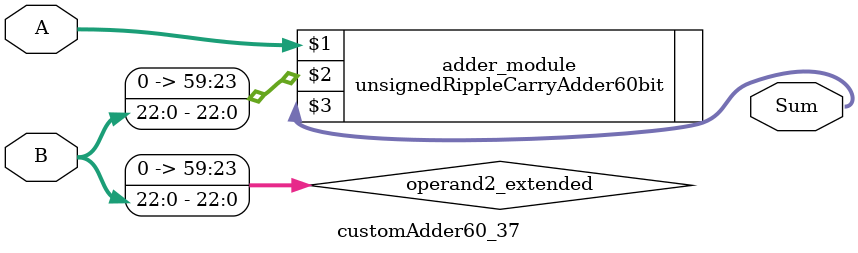
<source format=v>
module customAdder60_37(
                        input [59 : 0] A,
                        input [22 : 0] B,
                        
                        output [60 : 0] Sum
                );

        wire [59 : 0] operand2_extended;
        
        assign operand2_extended =  {37'b0, B};
        
        unsignedRippleCarryAdder60bit adder_module(
            A,
            operand2_extended,
            Sum
        );
        
        endmodule
        
</source>
